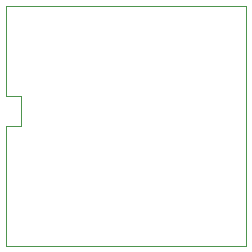
<source format=gbr>
%TF.GenerationSoftware,KiCad,Pcbnew,(5.1.9)-1*%
%TF.CreationDate,2021-06-01T15:36:46+02:00*%
%TF.ProjectId,18_Mesure_Courant,31385f4d-6573-4757-9265-5f436f757261,rev?*%
%TF.SameCoordinates,Original*%
%TF.FileFunction,Profile,NP*%
%FSLAX46Y46*%
G04 Gerber Fmt 4.6, Leading zero omitted, Abs format (unit mm)*
G04 Created by KiCad (PCBNEW (5.1.9)-1) date 2021-06-01 15:36:46*
%MOMM*%
%LPD*%
G01*
G04 APERTURE LIST*
%TA.AperFunction,Profile*%
%ADD10C,0.050000*%
%TD*%
G04 APERTURE END LIST*
D10*
X101600000Y-69850000D02*
X100330000Y-69850000D01*
X101600000Y-72390000D02*
X101600000Y-69850000D01*
X100330000Y-72390000D02*
X101600000Y-72390000D01*
X100330000Y-82550000D02*
X120650000Y-82550000D01*
X100330000Y-62230000D02*
X101600000Y-62230000D01*
X100330000Y-64770000D02*
X100330000Y-62230000D01*
X100330000Y-69850000D02*
X100330000Y-67310000D01*
X120650000Y-62230000D02*
X120650000Y-82550000D01*
X101600000Y-62230000D02*
X120650000Y-62230000D01*
X100330000Y-80010000D02*
X100330000Y-82550000D01*
X100330000Y-64770000D02*
X100330000Y-67310000D01*
X100330000Y-80010000D02*
X100330000Y-72390000D01*
M02*

</source>
